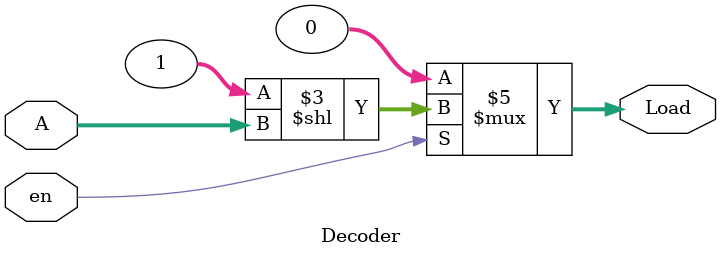
<source format=v>
/*******************************************************************
*
* Module: Decoder
* Project: RISC-V Implementation
* Author: Amr Morsy amrhassan18@aucegypt.edu
          Mohi Eldin El Ulabi mhulabi@aucegypt.edu
* Description: This is the decoder module 
*
* IMPORTANT Change history: 28/10/21 – I wrote the code
*
**********************************************************************/

`timescale 1ns / 1ps



module Decoder(
  input [4:0] A, 
  input en, 
  output reg [31:0] Load
);
    
always @(*)
  begin 
    if( en == 1 )
      Load <= 32'b0000000000000000000000000000001 << A ; 
    else 
      Load <= 32'b0000000000000000000000000000000 ;
  end
    
endmodule

</source>
